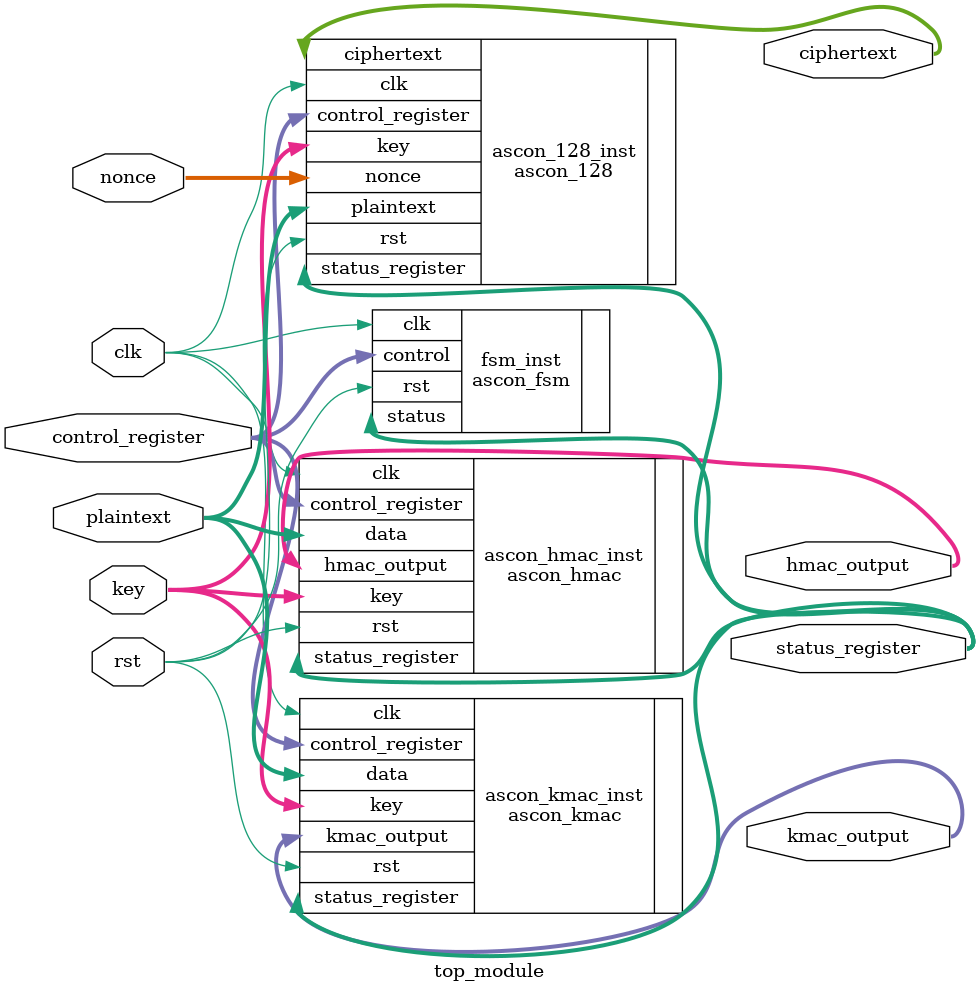
<source format=sv>
module top_module (
    input logic clk,
    input logic rst,
    input logic [127:0] key,
    input logic [127:0] nonce,
    input logic [127:0] plaintext,
    output logic [127:0] ciphertext,
    output logic [127:0] hmac_output,
    output logic [127:0] kmac_output,
    output logic [31:0] status_register,
    input logic [31:0] control_register
);

    // Instantiate FSM module
    ascon_fsm fsm_inst (
        .clk(clk),
        .rst(rst),
        .control(control_register),
        .status(status_register)
    );

    // Instantiate modules for ASCON-128, HMAC, and KMAC based on FSM state
    ascon_128 ascon_128_inst (
        .clk(clk),
        .rst(rst),
        .key(key),
        .nonce(nonce),
        .plaintext(plaintext),
        .ciphertext(ciphertext),
        .control_register(control_register),
        .status_register(status_register)
    );

    ascon_hmac ascon_hmac_inst (
        .clk(clk),
        .rst(rst),
        .key(key), // Key for HMAC mode
        .data(plaintext), // Data for HMAC mode
        .hmac_output(hmac_output),
        .control_register(control_register),
        .status_register(status_register)
    );

    ascon_kmac ascon_kmac_inst (
        .clk(clk),
        .rst(rst),
        .key(key), // Key for KMAC mode
        .data(plaintext), // Data for KMAC mode
        .kmac_output(kmac_output),
        .control_register(control_register),
        .status_register(status_register)
    );

endmodule

</source>
